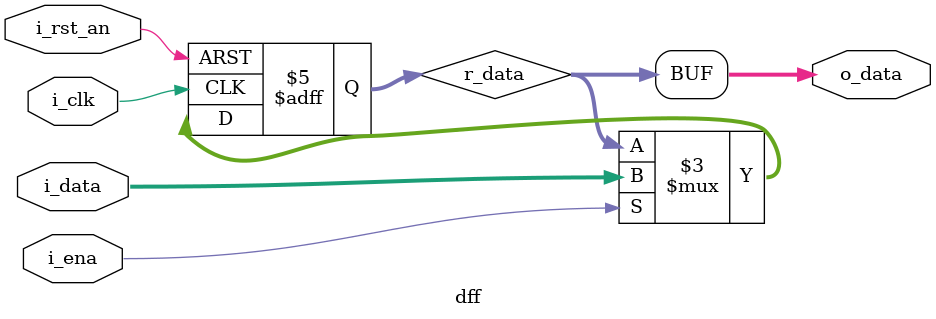
<source format=v>

module dff #(
  parameter gp_data_width = 8                  // Set input & output bit-width
) 
(
  input  wire                     i_rst_an,    // Asynchronous active low reset
  input  wire                     i_ena,       // Synchronous active high enable
  input  wire                     i_clk,       // Rising-edge clock
  input  wire [gp_data_width-1:0] i_data,      // Input data with gp_data_width bits MSB:LSB, signed or unsigned
  output wire [gp_data_width-1:0] o_data       // Output data with gp_data_width bits MSB:LSB, signed or unsigned
);
// -------------------------------------------------------------------
  reg [gp_data_width-1:0] r_data;
// -------------------------------------------------------------------  
  always @(posedge i_clk or negedge i_rst_an)
    begin: p_dff
      if (!i_rst_an)
        r_data <= 'd0;
      else if (i_ena)
        r_data <= i_data;  
    end
  
  assign o_data = r_data;
endmodule

</source>
